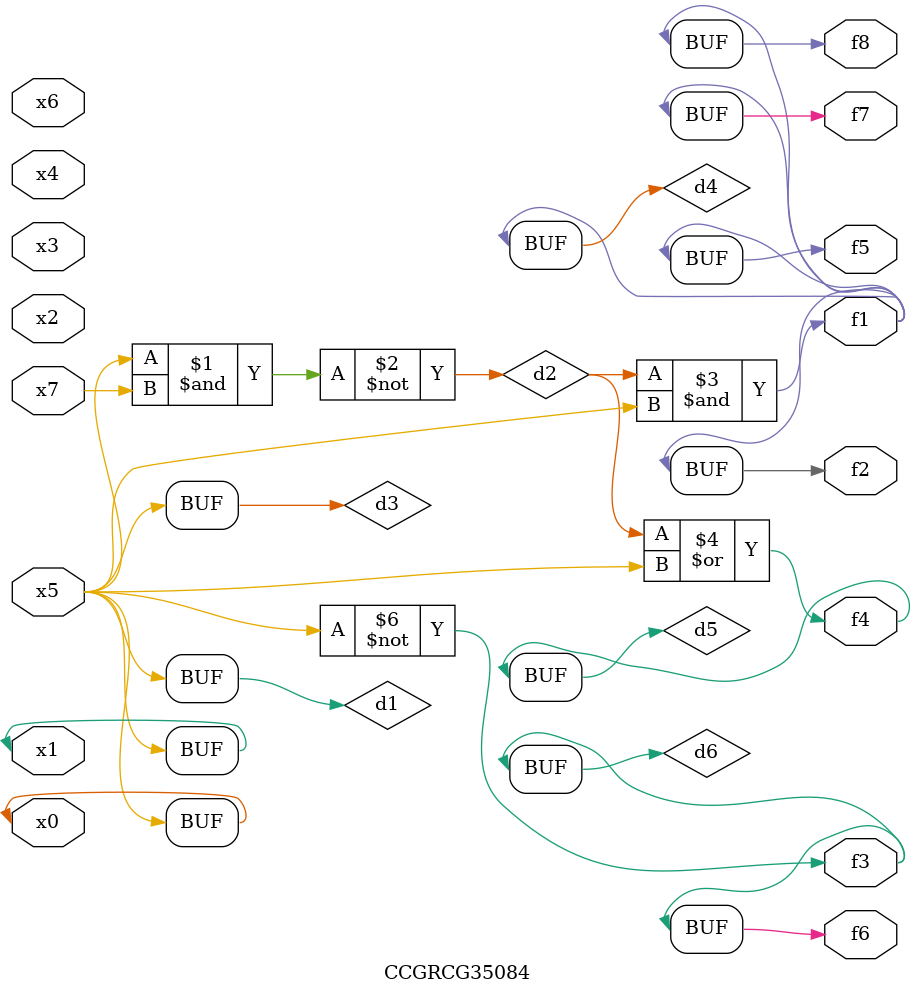
<source format=v>
module CCGRCG35084(
	input x0, x1, x2, x3, x4, x5, x6, x7,
	output f1, f2, f3, f4, f5, f6, f7, f8
);

	wire d1, d2, d3, d4, d5, d6;

	buf (d1, x0, x5);
	nand (d2, x5, x7);
	buf (d3, x0, x1);
	and (d4, d2, d3);
	or (d5, d2, d3);
	nor (d6, d1, d3);
	assign f1 = d4;
	assign f2 = d4;
	assign f3 = d6;
	assign f4 = d5;
	assign f5 = d4;
	assign f6 = d6;
	assign f7 = d4;
	assign f8 = d4;
endmodule

</source>
